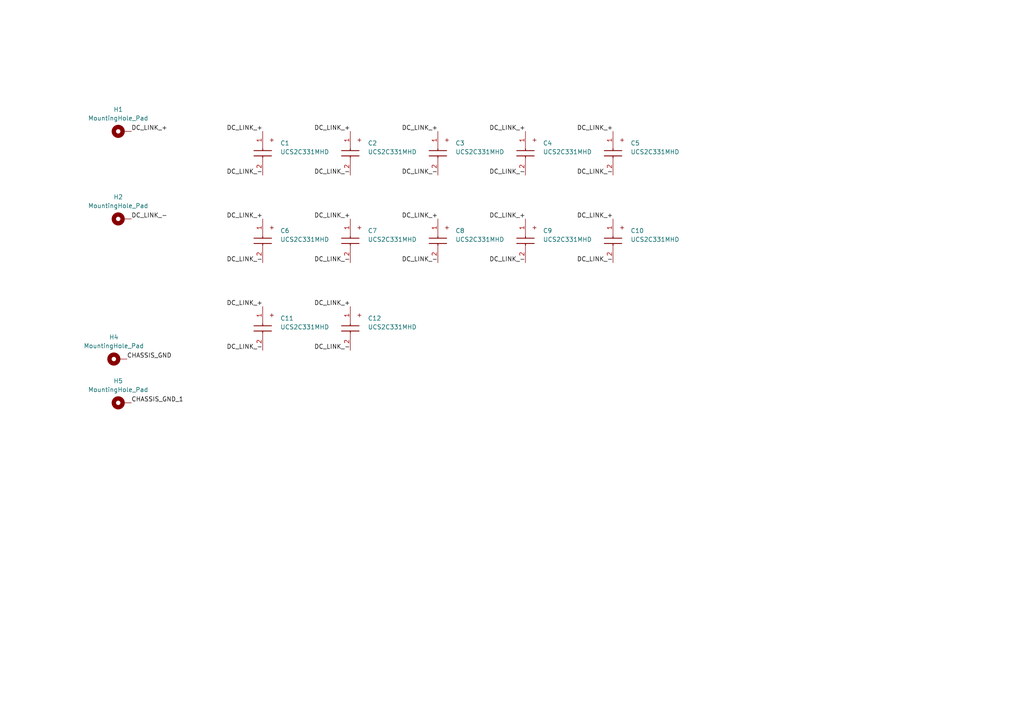
<source format=kicad_sch>
(kicad_sch (version 20250114) (generator "eeschema") (generator_version "9.0")
  (paper "A4")
  (lib_symbols
    (symbol "InverterCom:UCS2C331MHD" (pin_names (hide yes))
      (property "Reference" "C" (at 8.89 6.35 0))
      (property "Value" "UCS2C331MHD" (at 8.89 3.81 0))
      (symbol "UCS2C331MHD_1_1"
        (polyline (pts (xy 5.08 0) (xy 5.588 0)) (stroke (width 0.254)))
        (polyline (pts (xy 5.588 2.54) (xy 5.588 -2.54)) (stroke (width 0.254)))
        (polyline (pts (xy 7.112 2.54) (xy 7.112 -2.54)) (stroke (width 0.254)))
        (polyline (pts (xy 7.112 0) (xy 7.62 0)) (stroke (width 0.254)))
        (text "+" (at 2.54 2.54 0) (effects (font (size 1.27 1.27))))
        (pin passive line (at 0 0 0) (length 5.08) (name "+") (number "1"))
        (pin passive line (at 12.7 0 180) (length 5.08) (name "-") (number "2"))
      )
    )
    (symbol "Mechanical:MountingHole_Pad" (pin_numbers (hide yes)) (pin_names (offset 1.016) (hide yes)) (in_bom no)
      (property "Reference" "H" (at 0 6.35 0))
      (property "Value" "MountingHole_Pad" (at 0 4.445 0))
      (symbol "MountingHole_Pad_0_1"
        (circle (center 0 1.27) (radius 1.27) (stroke (width 1.27)))
      )
      (symbol "MountingHole_Pad_1_1"
        (pin input line (at 0 -2.54 90) (length 2.54) (name "1") (number "1"))
      )
    )
  )
  (label "DC_LINK_+" (at 127 38.1 180))
  (label "DC_LINK_-" (at 101.6 50.8 180))
  (label "DC_LINK_-" (at 127 50.8 180))
  (label "DC_LINK_+" (at 101.6 63.5 180))
  (label "DC_LINK_+" (at 76.2 63.5 180))
  (label "DC_LINK_-" (at 101.6 76.2 180))
  (label "DC_LINK_-" (at 152.4 76.2 180))
  (label "DC_LINK_+" (at 127 63.5 180))
  (label "DC_LINK_-" (at 76.2 50.8 180))
  (label "DC_LINK_+" (at 101.6 88.9 180))
  (label "DC_LINK_-" (at 177.8 50.8 180))
  (label "DC_LINK_-" (at 76.2 76.2 180))
  (label "DC_LINK_-" (at 38.1 63.5 0))
  (label "DC_LINK_+" (at 38.1 38.1 0))
  (label "DC_LINK_+" (at 177.8 63.5 180))
  (label "DC_LINK_+" (at 76.2 88.9 180))
  (label "DC_LINK_+" (at 152.4 38.1 180))
  (label "DC_LINK_+" (at 76.2 38.1 180))
  (label "CHASSIS_GND_1" (at 38.1 116.84 0))
  (label "DC_LINK_-" (at 127 76.2 180))
  (label "CHASSIS_GND" (at 36.83 104.14 0))
  (label "DC_LINK_-" (at 76.2 101.6 180))
  (label "DC_LINK_+" (at 101.6 38.1 180))
  (label "DC_LINK_-" (at 152.4 50.8 180))
  (label "DC_LINK_-" (at 177.8 76.2 180))
  (label "DC_LINK_-" (at 101.6 101.6 180))
  (label "DC_LINK_+" (at 152.4 63.5 180))
  (label "DC_LINK_+" (at 177.8 38.1 180))
  (symbol (lib_id "Mechanical:MountingHole_Pad") (at 35.56 38.1 90) (unit 1) (in_bom no)
    (property "Reference" "H1" (at 34.29 31.75 90))
    (property "Value" "MountingHole_Pad" (at 34.29 34.29 90))
    (property "Footprint" "MountingHole:MountingHole_6.4mm_M6_ISO14580_Pad" (effects (hide yes)))
    (property "Description" "Mounting Hole with connection" (effects (hide yes)))
  )
  (symbol (lib_id "Mechanical:MountingHole_Pad") (at 35.56 116.84 90) (unit 1) (in_bom no)
    (property "Reference" "H5" (at 34.29 110.49 90))
    (property "Value" "MountingHole_Pad" (at 34.29 113.03 90))
    (property "Footprint" "MountingHole:MountingHole_3.2mm_M3_ISO14580_Pad" (effects (hide yes)))
    (property "Description" "Mounting Hole with connection" (effects (hide yes)))
  )
  (symbol (lib_id "InverterCom:UCS2C331MHD") (at 177.8 38.1 270) (unit 1)
    (property "Reference" "C5" (at 182.88 41.5247 90) (effects (justify left)))
    (property "Value" "UCS2C331MHD" (at 182.88 44.0647 90) (effects (justify left)))
    (property "Footprint" "CAPPRD750W80D1825H3200" (effects (hide yes)))
    (property "Datasheet" "http://nichicon-us.com/english/products/pdfs/e-ucs.pdf" (effects (hide yes)))
    (property "Description" "Aluminum Electrolytic Capacitors - Radial Leaded 160VOLTS 330uf 18X31.5 20%" (effects (hide yes)))
    (property "Height" "32" (effects (hide yes)))
    (property "Mouser Part Number" "647-UCS2C331MHD" (effects (hide yes)))
    (property "Mouser Price/Stock" "https://www.mouser.co.uk/ProductDetail/Nichicon/UCS2C331MHD?qs=Im7Ui%252B8riBXnrXQfoAgrfg%3D%3D" (effects (hide yes)))
    (property "Manufacturer_Name" "Nichicon" (effects (hide yes)))
    (property "Manufacturer_Part_Number" "UCS2C331MHD" (effects (hide yes)))
  )
  (symbol (lib_id "InverterCom:UCS2C331MHD") (at 177.8 63.5 270) (unit 1)
    (property "Reference" "C10" (at 182.88 66.9247 90) (effects (justify left)))
    (property "Value" "UCS2C331MHD" (at 182.88 69.4647 90) (effects (justify left)))
    (property "Footprint" "CAPPRD750W80D1825H3200" (effects (hide yes)))
    (property "Datasheet" "http://nichicon-us.com/english/products/pdfs/e-ucs.pdf" (effects (hide yes)))
    (property "Description" "Aluminum Electrolytic Capacitors - Radial Leaded 160VOLTS 330uf 18X31.5 20%" (effects (hide yes)))
    (property "Height" "32" (effects (hide yes)))
    (property "Mouser Part Number" "647-UCS2C331MHD" (effects (hide yes)))
    (property "Mouser Price/Stock" "https://www.mouser.co.uk/ProductDetail/Nichicon/UCS2C331MHD?qs=Im7Ui%252B8riBXnrXQfoAgrfg%3D%3D" (effects (hide yes)))
    (property "Manufacturer_Name" "Nichicon" (effects (hide yes)))
    (property "Manufacturer_Part_Number" "UCS2C331MHD" (effects (hide yes)))
  )
  (symbol (lib_id "InverterCom:UCS2C331MHD") (at 152.4 38.1 270) (unit 1)
    (property "Reference" "C4" (at 157.48 41.5247 90) (effects (justify left)))
    (property "Value" "UCS2C331MHD" (at 157.48 44.0647 90) (effects (justify left)))
    (property "Footprint" "CAPPRD750W80D1825H3200" (effects (hide yes)))
    (property "Datasheet" "http://nichicon-us.com/english/products/pdfs/e-ucs.pdf" (effects (hide yes)))
    (property "Description" "Aluminum Electrolytic Capacitors - Radial Leaded 160VOLTS 330uf 18X31.5 20%" (effects (hide yes)))
    (property "Height" "32" (effects (hide yes)))
    (property "Mouser Part Number" "647-UCS2C331MHD" (effects (hide yes)))
    (property "Mouser Price/Stock" "https://www.mouser.co.uk/ProductDetail/Nichicon/UCS2C331MHD?qs=Im7Ui%252B8riBXnrXQfoAgrfg%3D%3D" (effects (hide yes)))
    (property "Manufacturer_Name" "Nichicon" (effects (hide yes)))
    (property "Manufacturer_Part_Number" "UCS2C331MHD" (effects (hide yes)))
  )
  (symbol (lib_id "InverterCom:UCS2C331MHD") (at 127 63.5 270) (unit 1)
    (property "Reference" "C8" (at 132.08 66.9247 90) (effects (justify left)))
    (property "Value" "UCS2C331MHD" (at 132.08 69.4647 90) (effects (justify left)))
    (property "Footprint" "CAPPRD750W80D1825H3200" (effects (hide yes)))
    (property "Datasheet" "http://nichicon-us.com/english/products/pdfs/e-ucs.pdf" (effects (hide yes)))
    (property "Description" "Aluminum Electrolytic Capacitors - Radial Leaded 160VOLTS 330uf 18X31.5 20%" (effects (hide yes)))
    (property "Height" "32" (effects (hide yes)))
    (property "Mouser Part Number" "647-UCS2C331MHD" (effects (hide yes)))
    (property "Mouser Price/Stock" "https://www.mouser.co.uk/ProductDetail/Nichicon/UCS2C331MHD?qs=Im7Ui%252B8riBXnrXQfoAgrfg%3D%3D" (effects (hide yes)))
    (property "Manufacturer_Name" "Nichicon" (effects (hide yes)))
    (property "Manufacturer_Part_Number" "UCS2C331MHD" (effects (hide yes)))
  )
  (symbol (lib_id "InverterCom:UCS2C331MHD") (at 101.6 63.5 270) (unit 1)
    (property "Reference" "C7" (at 106.68 66.9247 90) (effects (justify left)))
    (property "Value" "UCS2C331MHD" (at 106.68 69.4647 90) (effects (justify left)))
    (property "Footprint" "CAPPRD750W80D1825H3200" (effects (hide yes)))
    (property "Datasheet" "http://nichicon-us.com/english/products/pdfs/e-ucs.pdf" (effects (hide yes)))
    (property "Description" "Aluminum Electrolytic Capacitors - Radial Leaded 160VOLTS 330uf 18X31.5 20%" (effects (hide yes)))
    (property "Height" "32" (effects (hide yes)))
    (property "Mouser Part Number" "647-UCS2C331MHD" (effects (hide yes)))
    (property "Mouser Price/Stock" "https://www.mouser.co.uk/ProductDetail/Nichicon/UCS2C331MHD?qs=Im7Ui%252B8riBXnrXQfoAgrfg%3D%3D" (effects (hide yes)))
    (property "Manufacturer_Name" "Nichicon" (effects (hide yes)))
    (property "Manufacturer_Part_Number" "UCS2C331MHD" (effects (hide yes)))
  )
  (symbol (lib_id "Mechanical:MountingHole_Pad") (at 34.29 104.14 90) (unit 1) (in_bom no)
    (property "Reference" "H4" (at 33.02 97.79 90))
    (property "Value" "MountingHole_Pad" (at 33.02 100.33 90))
    (property "Footprint" "MountingHole:MountingHole_3.2mm_M3_ISO14580_Pad" (effects (hide yes)))
    (property "Description" "Mounting Hole with connection" (effects (hide yes)))
  )
  (symbol (lib_id "InverterCom:UCS2C331MHD") (at 76.2 38.1 270) (unit 1)
    (property "Reference" "C1" (at 81.28 41.5247 90) (effects (justify left)))
    (property "Value" "UCS2C331MHD" (at 81.28 44.0647 90) (effects (justify left)))
    (property "Footprint" "CAPPRD750W80D1825H3200" (effects (hide yes)))
    (property "Datasheet" "http://nichicon-us.com/english/products/pdfs/e-ucs.pdf" (effects (hide yes)))
    (property "Description" "Aluminum Electrolytic Capacitors - Radial Leaded 160VOLTS 330uf 18X31.5 20%" (effects (hide yes)))
    (property "Height" "32" (effects (hide yes)))
    (property "Mouser Part Number" "647-UCS2C331MHD" (effects (hide yes)))
    (property "Mouser Price/Stock" "https://www.mouser.co.uk/ProductDetail/Nichicon/UCS2C331MHD?qs=Im7Ui%252B8riBXnrXQfoAgrfg%3D%3D" (effects (hide yes)))
    (property "Manufacturer_Name" "Nichicon" (effects (hide yes)))
    (property "Manufacturer_Part_Number" "UCS2C331MHD" (effects (hide yes)))
  )
  (symbol (lib_id "InverterCom:UCS2C331MHD") (at 101.6 88.9 270) (unit 1)
    (property "Reference" "C12" (at 106.68 92.3247 90) (effects (justify left)))
    (property "Value" "UCS2C331MHD" (at 106.68 94.8647 90) (effects (justify left)))
    (property "Footprint" "CAPPRD750W80D1825H3200" (effects (hide yes)))
    (property "Datasheet" "http://nichicon-us.com/english/products/pdfs/e-ucs.pdf" (effects (hide yes)))
    (property "Description" "Aluminum Electrolytic Capacitors - Radial Leaded 160VOLTS 330uf 18X31.5 20%" (effects (hide yes)))
    (property "Height" "32" (effects (hide yes)))
    (property "Mouser Part Number" "647-UCS2C331MHD" (effects (hide yes)))
    (property "Mouser Price/Stock" "https://www.mouser.co.uk/ProductDetail/Nichicon/UCS2C331MHD?qs=Im7Ui%252B8riBXnrXQfoAgrfg%3D%3D" (effects (hide yes)))
    (property "Manufacturer_Name" "Nichicon" (effects (hide yes)))
    (property "Manufacturer_Part_Number" "UCS2C331MHD" (effects (hide yes)))
  )
  (symbol (lib_id "InverterCom:UCS2C331MHD") (at 76.2 63.5 270) (unit 1)
    (property "Reference" "C6" (at 81.28 66.9247 90) (effects (justify left)))
    (property "Value" "UCS2C331MHD" (at 81.28 69.4647 90) (effects (justify left)))
    (property "Footprint" "CAPPRD750W80D1825H3200" (effects (hide yes)))
    (property "Datasheet" "http://nichicon-us.com/english/products/pdfs/e-ucs.pdf" (effects (hide yes)))
    (property "Description" "Aluminum Electrolytic Capacitors - Radial Leaded 160VOLTS 330uf 18X31.5 20%" (effects (hide yes)))
    (property "Height" "32" (effects (hide yes)))
    (property "Mouser Part Number" "647-UCS2C331MHD" (effects (hide yes)))
    (property "Mouser Price/Stock" "https://www.mouser.co.uk/ProductDetail/Nichicon/UCS2C331MHD?qs=Im7Ui%252B8riBXnrXQfoAgrfg%3D%3D" (effects (hide yes)))
    (property "Manufacturer_Name" "Nichicon" (effects (hide yes)))
    (property "Manufacturer_Part_Number" "UCS2C331MHD" (effects (hide yes)))
  )
  (symbol (lib_id "InverterCom:UCS2C331MHD") (at 101.6 38.1 270) (unit 1)
    (property "Reference" "C2" (at 106.68 41.5247 90) (effects (justify left)))
    (property "Value" "UCS2C331MHD" (at 106.68 44.0647 90) (effects (justify left)))
    (property "Footprint" "CAPPRD750W80D1825H3200" (effects (hide yes)))
    (property "Datasheet" "http://nichicon-us.com/english/products/pdfs/e-ucs.pdf" (effects (hide yes)))
    (property "Description" "Aluminum Electrolytic Capacitors - Radial Leaded 160VOLTS 330uf 18X31.5 20%" (effects (hide yes)))
    (property "Height" "32" (effects (hide yes)))
    (property "Mouser Part Number" "647-UCS2C331MHD" (effects (hide yes)))
    (property "Mouser Price/Stock" "https://www.mouser.co.uk/ProductDetail/Nichicon/UCS2C331MHD?qs=Im7Ui%252B8riBXnrXQfoAgrfg%3D%3D" (effects (hide yes)))
    (property "Manufacturer_Name" "Nichicon" (effects (hide yes)))
    (property "Manufacturer_Part_Number" "UCS2C331MHD" (effects (hide yes)))
  )
  (symbol (lib_id "InverterCom:UCS2C331MHD") (at 76.2 88.9 270) (unit 1)
    (property "Reference" "C11" (at 81.28 92.3247 90) (effects (justify left)))
    (property "Value" "UCS2C331MHD" (at 81.28 94.8647 90) (effects (justify left)))
    (property "Footprint" "CAPPRD750W80D1825H3200" (effects (hide yes)))
    (property "Datasheet" "http://nichicon-us.com/english/products/pdfs/e-ucs.pdf" (effects (hide yes)))
    (property "Description" "Aluminum Electrolytic Capacitors - Radial Leaded 160VOLTS 330uf 18X31.5 20%" (effects (hide yes)))
    (property "Height" "32" (effects (hide yes)))
    (property "Mouser Part Number" "647-UCS2C331MHD" (effects (hide yes)))
    (property "Mouser Price/Stock" "https://www.mouser.co.uk/ProductDetail/Nichicon/UCS2C331MHD?qs=Im7Ui%252B8riBXnrXQfoAgrfg%3D%3D" (effects (hide yes)))
    (property "Manufacturer_Name" "Nichicon" (effects (hide yes)))
    (property "Manufacturer_Part_Number" "UCS2C331MHD" (effects (hide yes)))
  )
  (symbol (lib_id "InverterCom:UCS2C331MHD") (at 127 38.1 270) (unit 1)
    (property "Reference" "C3" (at 132.08 41.5247 90) (effects (justify left)))
    (property "Value" "UCS2C331MHD" (at 132.08 44.0647 90) (effects (justify left)))
    (property "Footprint" "CAPPRD750W80D1825H3200" (effects (hide yes)))
    (property "Datasheet" "http://nichicon-us.com/english/products/pdfs/e-ucs.pdf" (effects (hide yes)))
    (property "Description" "Aluminum Electrolytic Capacitors - Radial Leaded 160VOLTS 330uf 18X31.5 20%" (effects (hide yes)))
    (property "Height" "32" (effects (hide yes)))
    (property "Mouser Part Number" "647-UCS2C331MHD" (effects (hide yes)))
    (property "Mouser Price/Stock" "https://www.mouser.co.uk/ProductDetail/Nichicon/UCS2C331MHD?qs=Im7Ui%252B8riBXnrXQfoAgrfg%3D%3D" (effects (hide yes)))
    (property "Manufacturer_Name" "Nichicon" (effects (hide yes)))
    (property "Manufacturer_Part_Number" "UCS2C331MHD" (effects (hide yes)))
  )
  (symbol (lib_id "InverterCom:UCS2C331MHD") (at 152.4 63.5 270) (unit 1)
    (property "Reference" "C9" (at 157.48 66.9247 90) (effects (justify left)))
    (property "Value" "UCS2C331MHD" (at 157.48 69.4647 90) (effects (justify left)))
    (property "Footprint" "CAPPRD750W80D1825H3200" (effects (hide yes)))
    (property "Datasheet" "http://nichicon-us.com/english/products/pdfs/e-ucs.pdf" (effects (hide yes)))
    (property "Description" "Aluminum Electrolytic Capacitors - Radial Leaded 160VOLTS 330uf 18X31.5 20%" (effects (hide yes)))
    (property "Height" "32" (effects (hide yes)))
    (property "Mouser Part Number" "647-UCS2C331MHD" (effects (hide yes)))
    (property "Mouser Price/Stock" "https://www.mouser.co.uk/ProductDetail/Nichicon/UCS2C331MHD?qs=Im7Ui%252B8riBXnrXQfoAgrfg%3D%3D" (effects (hide yes)))
    (property "Manufacturer_Name" "Nichicon" (effects (hide yes)))
    (property "Manufacturer_Part_Number" "UCS2C331MHD" (effects (hide yes)))
  )
  (symbol (lib_id "Mechanical:MountingHole_Pad") (at 35.56 63.5 90) (unit 1) (in_bom no)
    (property "Reference" "H2" (at 34.29 57.15 90))
    (property "Value" "MountingHole_Pad" (at 34.29 59.69 90))
    (property "Footprint" "MountingHole:MountingHole_6.4mm_M6_ISO14580_Pad" (effects (hide yes)))
    (property "Description" "Mounting Hole with connection" (effects (hide yes)))
  )
)
</source>
